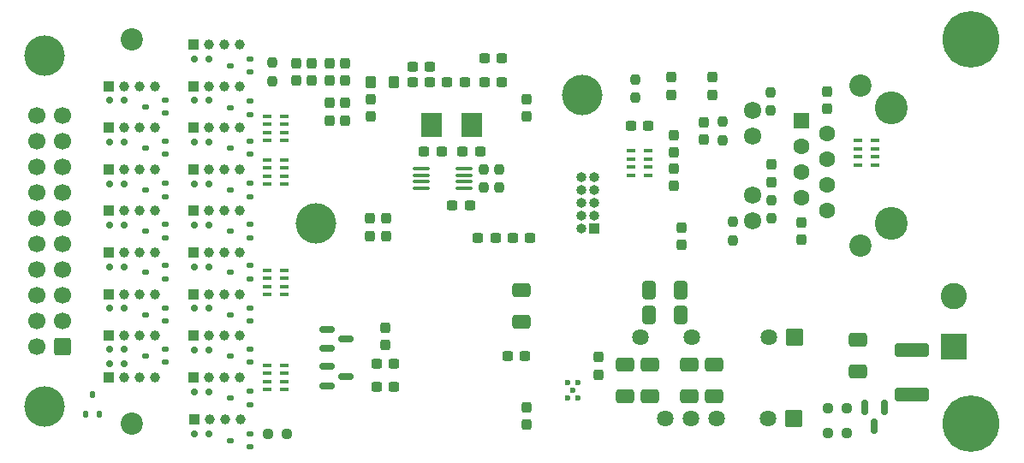
<source format=gbr>
G04 #@! TF.GenerationSoftware,KiCad,Pcbnew,8.0.1*
G04 #@! TF.CreationDate,2024-04-14T22:29:55+02:00*
G04 #@! TF.ProjectId,ETH16CDAQ1,45544831-3643-4444-9151-312e6b696361,rev?*
G04 #@! TF.SameCoordinates,Original*
G04 #@! TF.FileFunction,Soldermask,Bot*
G04 #@! TF.FilePolarity,Negative*
%FSLAX46Y46*%
G04 Gerber Fmt 4.6, Leading zero omitted, Abs format (unit mm)*
G04 Created by KiCad (PCBNEW 8.0.1) date 2024-04-14 22:29:55*
%MOMM*%
%LPD*%
G01*
G04 APERTURE LIST*
G04 Aperture macros list*
%AMRoundRect*
0 Rectangle with rounded corners*
0 $1 Rounding radius*
0 $2 $3 $4 $5 $6 $7 $8 $9 X,Y pos of 4 corners*
0 Add a 4 corners polygon primitive as box body*
4,1,4,$2,$3,$4,$5,$6,$7,$8,$9,$2,$3,0*
0 Add four circle primitives for the rounded corners*
1,1,$1+$1,$2,$3*
1,1,$1+$1,$4,$5*
1,1,$1+$1,$6,$7*
1,1,$1+$1,$8,$9*
0 Add four rect primitives between the rounded corners*
20,1,$1+$1,$2,$3,$4,$5,0*
20,1,$1+$1,$4,$5,$6,$7,0*
20,1,$1+$1,$6,$7,$8,$9,0*
20,1,$1+$1,$8,$9,$2,$3,0*%
G04 Aperture macros list end*
%ADD10C,5.600000*%
%ADD11R,1.000000X1.000000*%
%ADD12C,1.000000*%
%ADD13RoundRect,0.250000X0.600000X0.600000X-0.600000X0.600000X-0.600000X-0.600000X0.600000X-0.600000X0*%
%ADD14C,1.700000*%
%ADD15C,4.000000*%
%ADD16RoundRect,0.102000X0.715000X0.715000X-0.715000X0.715000X-0.715000X-0.715000X0.715000X-0.715000X0*%
%ADD17C,1.634000*%
%ADD18C,0.600000*%
%ADD19C,2.200000*%
%ADD20R,2.600000X2.600000*%
%ADD21C,2.600000*%
%ADD22C,3.250000*%
%ADD23RoundRect,0.248000X0.552000X-0.552000X0.552000X0.552000X-0.552000X0.552000X-0.552000X-0.552000X0*%
%ADD24C,1.600000*%
%ADD25C,1.720000*%
%ADD26O,1.000000X1.000000*%
%ADD27RoundRect,0.237500X-0.300000X-0.237500X0.300000X-0.237500X0.300000X0.237500X-0.300000X0.237500X0*%
%ADD28RoundRect,0.237500X0.237500X-0.300000X0.237500X0.300000X-0.237500X0.300000X-0.237500X-0.300000X0*%
%ADD29RoundRect,0.112500X-0.237500X0.112500X-0.237500X-0.112500X0.237500X-0.112500X0.237500X0.112500X0*%
%ADD30RoundRect,0.250000X-0.650000X0.412500X-0.650000X-0.412500X0.650000X-0.412500X0.650000X0.412500X0*%
%ADD31RoundRect,0.150000X0.150000X0.200000X-0.150000X0.200000X-0.150000X-0.200000X0.150000X-0.200000X0*%
%ADD32RoundRect,0.237500X-0.237500X0.250000X-0.237500X-0.250000X0.237500X-0.250000X0.237500X0.250000X0*%
%ADD33RoundRect,0.237500X0.300000X0.237500X-0.300000X0.237500X-0.300000X-0.237500X0.300000X-0.237500X0*%
%ADD34RoundRect,0.237500X-0.237500X0.300000X-0.237500X-0.300000X0.237500X-0.300000X0.237500X0.300000X0*%
%ADD35RoundRect,0.150000X-0.587500X-0.150000X0.587500X-0.150000X0.587500X0.150000X-0.587500X0.150000X0*%
%ADD36R,2.000000X2.400000*%
%ADD37R,0.900000X0.400000*%
%ADD38RoundRect,0.237500X0.237500X-0.250000X0.237500X0.250000X-0.237500X0.250000X-0.237500X-0.250000X0*%
%ADD39RoundRect,0.150000X-0.150000X0.587500X-0.150000X-0.587500X0.150000X-0.587500X0.150000X0.587500X0*%
%ADD40RoundRect,0.250000X0.650000X-0.412500X0.650000X0.412500X-0.650000X0.412500X-0.650000X-0.412500X0*%
%ADD41RoundRect,0.237500X0.250000X0.237500X-0.250000X0.237500X-0.250000X-0.237500X0.250000X-0.237500X0*%
%ADD42RoundRect,0.100000X-0.712500X-0.100000X0.712500X-0.100000X0.712500X0.100000X-0.712500X0.100000X0*%
%ADD43RoundRect,0.250000X0.275000X0.350000X-0.275000X0.350000X-0.275000X-0.350000X0.275000X-0.350000X0*%
%ADD44RoundRect,0.250000X-0.412500X-0.650000X0.412500X-0.650000X0.412500X0.650000X-0.412500X0.650000X0*%
%ADD45RoundRect,0.250000X-1.450000X0.400000X-1.450000X-0.400000X1.450000X-0.400000X1.450000X0.400000X0*%
%ADD46RoundRect,0.112500X0.112500X0.237500X-0.112500X0.237500X-0.112500X-0.237500X0.112500X-0.237500X0*%
G04 APERTURE END LIST*
D10*
G04 #@! TO.C,H101*
X196500000Y-81500000D03*
G04 #@! TD*
D11*
G04 #@! TO.C,K415*
X119634000Y-110794800D03*
D12*
X121154000Y-110794800D03*
X122674000Y-110794800D03*
X124194000Y-110794800D03*
G04 #@! TD*
D13*
G04 #@! TO.C,J401*
X106680000Y-111887000D03*
D14*
X104140000Y-111887000D03*
X106680000Y-109347000D03*
X104140000Y-109347000D03*
X106680000Y-106807000D03*
X104140000Y-106807000D03*
X106680000Y-104267000D03*
X104140000Y-104267000D03*
X106680000Y-101727000D03*
X104140000Y-101727000D03*
X106680000Y-99187000D03*
X104140000Y-99187000D03*
X106680000Y-96647000D03*
X104140000Y-96647000D03*
X106680000Y-94107000D03*
X104140000Y-94107000D03*
X106680000Y-91567000D03*
X104140000Y-91567000D03*
X106680000Y-89027000D03*
X104140000Y-89027000D03*
D15*
X104880000Y-117792000D03*
X104880000Y-83122000D03*
G04 #@! TD*
D11*
G04 #@! TO.C,K404*
X111256000Y-102565200D03*
D12*
X112776000Y-102565200D03*
X114296000Y-102565200D03*
X115816000Y-102565200D03*
G04 #@! TD*
D11*
G04 #@! TO.C,K402*
X111256000Y-110794800D03*
D12*
X112776000Y-110794800D03*
X114296000Y-110794800D03*
X115816000Y-110794800D03*
G04 #@! TD*
D16*
G04 #@! TO.C,U502*
X179021000Y-110967000D03*
D17*
X176481000Y-110967000D03*
X168861000Y-110967000D03*
X163781000Y-110967000D03*
G04 #@! TD*
D18*
G04 #@! TO.C,U504*
X157599000Y-116955000D03*
X157599000Y-115455000D03*
X157099000Y-116205000D03*
X156599000Y-116955000D03*
X156599000Y-115455000D03*
G04 #@! TD*
D19*
G04 #@! TO.C,H103*
X113500000Y-81500000D03*
G04 #@! TD*
D20*
G04 #@! TO.C,J501*
X194818000Y-111887000D03*
D21*
X194818000Y-106887000D03*
G04 #@! TD*
D11*
G04 #@! TO.C,K412*
X119634000Y-98450400D03*
D12*
X121154000Y-98450400D03*
X122674000Y-98450400D03*
X124194000Y-98450400D03*
G04 #@! TD*
D11*
G04 #@! TO.C,K407*
X111256000Y-90229800D03*
D12*
X112776000Y-90229800D03*
X114296000Y-90229800D03*
X115816000Y-90229800D03*
G04 #@! TD*
D16*
G04 #@! TO.C,U501*
X178945200Y-118951000D03*
D17*
X176405200Y-118951000D03*
X171325200Y-118951000D03*
X168785200Y-118951000D03*
X166245200Y-118951000D03*
G04 #@! TD*
D15*
G04 #@! TO.C,HS101*
X158067000Y-87025000D03*
X131747000Y-99665000D03*
G04 #@! TD*
D22*
G04 #@! TO.C,J301*
X188580000Y-88265000D03*
X188580000Y-99695000D03*
D23*
X179690000Y-89535000D03*
D24*
X182230000Y-90805000D03*
X179690000Y-92075000D03*
X182230000Y-93345000D03*
X179690000Y-94615000D03*
X182230000Y-95885000D03*
X179690000Y-97155000D03*
X182230000Y-98425000D03*
D25*
X174860000Y-88515000D03*
X174860000Y-91055000D03*
X174860000Y-96905000D03*
X174860000Y-99445000D03*
D19*
X185530000Y-86080000D03*
X185530000Y-101880000D03*
G04 #@! TD*
D11*
G04 #@! TO.C,K403*
X111256000Y-106680000D03*
D12*
X112776000Y-106680000D03*
X114296000Y-106680000D03*
X115816000Y-106680000D03*
G04 #@! TD*
D11*
G04 #@! TO.C,K416*
X119637600Y-114909600D03*
D12*
X121157600Y-114909600D03*
X122677600Y-114909600D03*
X124197600Y-114909600D03*
G04 #@! TD*
D11*
G04 #@! TO.C,K405*
X111256000Y-98450400D03*
D12*
X112776000Y-98450400D03*
X114296000Y-98450400D03*
X115816000Y-98450400D03*
G04 #@! TD*
D11*
G04 #@! TO.C,K410*
X119634000Y-90220800D03*
D12*
X121154000Y-90220800D03*
X122674000Y-90220800D03*
X124194000Y-90220800D03*
G04 #@! TD*
D11*
G04 #@! TO.C,K409*
X119634000Y-86106000D03*
D12*
X121154000Y-86106000D03*
X122674000Y-86106000D03*
X124194000Y-86106000D03*
G04 #@! TD*
D11*
G04 #@! TO.C,K411*
X119637600Y-94335600D03*
D12*
X121157600Y-94335600D03*
X122677600Y-94335600D03*
X124197600Y-94335600D03*
G04 #@! TD*
D11*
G04 #@! TO.C,K418*
X119662500Y-119041900D03*
D12*
X121182500Y-119041900D03*
X122702500Y-119041900D03*
X124222500Y-119041900D03*
G04 #@! TD*
D11*
G04 #@! TO.C,K408*
X111256000Y-86106000D03*
D12*
X112776000Y-86106000D03*
X114296000Y-86106000D03*
X115816000Y-86106000D03*
G04 #@! TD*
D11*
G04 #@! TO.C,K413*
X119634000Y-102565200D03*
D12*
X121154000Y-102565200D03*
X122674000Y-102565200D03*
X124194000Y-102565200D03*
G04 #@! TD*
D11*
G04 #@! TO.C,K414*
X119637600Y-106680000D03*
D12*
X121157600Y-106680000D03*
X122677600Y-106680000D03*
X124197600Y-106680000D03*
G04 #@! TD*
D11*
G04 #@! TO.C,K406*
X111256000Y-94335600D03*
D12*
X112776000Y-94335600D03*
X114296000Y-94335600D03*
X115816000Y-94335600D03*
G04 #@! TD*
D11*
G04 #@! TO.C,J201*
X159248000Y-100189500D03*
D26*
X157978000Y-100189500D03*
X159248000Y-98919500D03*
X157978000Y-98919500D03*
X159248000Y-97649500D03*
X157978000Y-97649500D03*
X159248000Y-96379500D03*
X157978000Y-96379500D03*
X159248000Y-95109500D03*
X157978000Y-95109500D03*
G04 #@! TD*
D10*
G04 #@! TO.C,H102*
X196500000Y-119500000D03*
G04 #@! TD*
D11*
G04 #@! TO.C,K401*
X111256000Y-114909600D03*
D12*
X112776000Y-114909600D03*
X114296000Y-114909600D03*
X115816000Y-114909600D03*
G04 #@! TD*
D19*
G04 #@! TO.C,H104*
X113500000Y-119500000D03*
G04 #@! TD*
D11*
G04 #@! TO.C,K417*
X119611700Y-81957900D03*
D12*
X121131700Y-81957900D03*
X122651700Y-81957900D03*
X124171700Y-81957900D03*
G04 #@! TD*
D27*
G04 #@! TO.C,C209*
X148362500Y-83312000D03*
X150087500Y-83312000D03*
G04 #@! TD*
D28*
G04 #@! TO.C,C207*
X131318000Y-85571500D03*
X131318000Y-83846500D03*
G04 #@! TD*
D29*
G04 #@! TO.C,Q407*
X116824000Y-91552000D03*
X116824000Y-92852000D03*
X114824000Y-92202000D03*
G04 #@! TD*
D30*
G04 #@! TO.C,C503*
X171069000Y-113626500D03*
X171069000Y-116751500D03*
G04 #@! TD*
D27*
G04 #@! TO.C,C208*
X151156500Y-101092000D03*
X152881500Y-101092000D03*
G04 #@! TD*
D28*
G04 #@! TO.C,C220*
X133096000Y-89508500D03*
X133096000Y-87783500D03*
G04 #@! TD*
D31*
G04 #@! TO.C,D416*
X119696000Y-116332000D03*
X121096000Y-116332000D03*
G04 #@! TD*
D27*
G04 #@! TO.C,C215*
X141250500Y-84201000D03*
X142975500Y-84201000D03*
G04 #@! TD*
D29*
G04 #@! TO.C,Q404*
X116824000Y-103871000D03*
X116824000Y-105171000D03*
X114824000Y-104521000D03*
G04 #@! TD*
G04 #@! TO.C,Q411*
X125206000Y-95743000D03*
X125206000Y-97043000D03*
X123206000Y-96393000D03*
G04 #@! TD*
G04 #@! TO.C,Q410*
X125206000Y-91552000D03*
X125206000Y-92852000D03*
X123206000Y-92202000D03*
G04 #@! TD*
D32*
G04 #@! TO.C,R304*
X171958000Y-89638500D03*
X171958000Y-91463500D03*
G04 #@! TD*
D33*
G04 #@! TO.C,C401*
X139419500Y-113538000D03*
X137694500Y-113538000D03*
G04 #@! TD*
D31*
G04 #@! TO.C,D417*
X119696000Y-83439000D03*
X121096000Y-83439000D03*
G04 #@! TD*
D33*
G04 #@! TO.C,C402*
X139419500Y-115824000D03*
X137694500Y-115824000D03*
G04 #@! TD*
D31*
G04 #@! TO.C,D412*
X119696000Y-99872800D03*
X121096000Y-99872800D03*
G04 #@! TD*
G04 #@! TO.C,D403*
X111314000Y-108102400D03*
X112714000Y-108102400D03*
G04 #@! TD*
D29*
G04 #@! TO.C,Q403*
X116824000Y-108062000D03*
X116824000Y-109362000D03*
X114824000Y-108712000D03*
G04 #@! TD*
G04 #@! TO.C,Q406*
X116824000Y-95743000D03*
X116824000Y-97043000D03*
X114824000Y-96393000D03*
G04 #@! TD*
D28*
G04 #@! TO.C,C205*
X134620000Y-85571500D03*
X134620000Y-83846500D03*
G04 #@! TD*
D34*
G04 #@! TO.C,C201*
X137033000Y-99213500D03*
X137033000Y-100938500D03*
G04 #@! TD*
D31*
G04 #@! TO.C,D418*
X119696000Y-120523000D03*
X121096000Y-120523000D03*
G04 #@! TD*
D35*
G04 #@! TO.C,RN401*
X132793500Y-112075000D03*
X132793500Y-110175000D03*
X134668500Y-111125000D03*
G04 #@! TD*
D36*
G04 #@! TO.C,Y201*
X147161000Y-89916000D03*
X143161000Y-89916000D03*
G04 #@! TD*
D28*
G04 #@! TO.C,C202*
X133096000Y-85571500D03*
X133096000Y-83846500D03*
G04 #@! TD*
D27*
G04 #@! TO.C,C511*
X150648500Y-112776000D03*
X152373500Y-112776000D03*
G04 #@! TD*
D32*
G04 #@! TO.C,R305*
X176784000Y-97385500D03*
X176784000Y-99210500D03*
G04 #@! TD*
D37*
G04 #@! TO.C,RN202*
X126912000Y-116135000D03*
X126912000Y-115335000D03*
X126912000Y-114535000D03*
X126912000Y-113735000D03*
X128612000Y-113735000D03*
X128612000Y-114535000D03*
X128612000Y-115335000D03*
X128612000Y-116135000D03*
G04 #@! TD*
D34*
G04 #@! TO.C,C206*
X152527000Y-87379000D03*
X152527000Y-89104000D03*
G04 #@! TD*
D31*
G04 #@! TO.C,D409*
X119696000Y-87528400D03*
X121096000Y-87528400D03*
G04 #@! TD*
G04 #@! TO.C,D408*
X111314000Y-87528400D03*
X112714000Y-87528400D03*
G04 #@! TD*
D29*
G04 #@! TO.C,Q402*
X116824000Y-112126000D03*
X116824000Y-113426000D03*
X114824000Y-112776000D03*
G04 #@! TD*
D37*
G04 #@! TO.C,RN203*
X126912000Y-106737000D03*
X126912000Y-105937000D03*
X126912000Y-105137000D03*
X126912000Y-104337000D03*
X128612000Y-104337000D03*
X128612000Y-105137000D03*
X128612000Y-105937000D03*
X128612000Y-106737000D03*
G04 #@! TD*
D31*
G04 #@! TO.C,D405*
X111314000Y-99872800D03*
X112714000Y-99872800D03*
G04 #@! TD*
D29*
G04 #@! TO.C,Q409*
X125206000Y-87615000D03*
X125206000Y-88915000D03*
X123206000Y-88265000D03*
G04 #@! TD*
D28*
G04 #@! TO.C,C404*
X138557000Y-111733500D03*
X138557000Y-110008500D03*
G04 #@! TD*
D34*
G04 #@! TO.C,C309*
X176784000Y-93879500D03*
X176784000Y-95604500D03*
G04 #@! TD*
D38*
G04 #@! TO.C,R407*
X127381000Y-85621500D03*
X127381000Y-83796500D03*
G04 #@! TD*
D31*
G04 #@! TO.C,D414*
X119696000Y-108102400D03*
X121096000Y-108102400D03*
G04 #@! TD*
D32*
G04 #@! TO.C,R303*
X172974000Y-99544500D03*
X172974000Y-101369500D03*
G04 #@! TD*
D39*
G04 #@! TO.C,D501*
X185994000Y-117886000D03*
X187894000Y-117886000D03*
X186944000Y-119761000D03*
G04 #@! TD*
D29*
G04 #@! TO.C,Q405*
X116824000Y-99807000D03*
X116824000Y-101107000D03*
X114824000Y-100457000D03*
G04 #@! TD*
D40*
G04 #@! TO.C,C502*
X162306000Y-116751500D03*
X162306000Y-113626500D03*
G04 #@! TD*
D33*
G04 #@! TO.C,C217*
X149452500Y-101092000D03*
X147727500Y-101092000D03*
G04 #@! TD*
D41*
G04 #@! TO.C,R501*
X184173500Y-117983000D03*
X182348500Y-117983000D03*
G04 #@! TD*
D38*
G04 #@! TO.C,R306*
X176657000Y-88542500D03*
X176657000Y-86717500D03*
G04 #@! TD*
D42*
G04 #@! TO.C,U203*
X142159500Y-96225000D03*
X142159500Y-95575000D03*
X142159500Y-94925000D03*
X142159500Y-94275000D03*
X146384500Y-94275000D03*
X146384500Y-94925000D03*
X146384500Y-95575000D03*
X146384500Y-96225000D03*
G04 #@! TD*
D37*
G04 #@! TO.C,RN303*
X185332000Y-93910000D03*
X185332000Y-93110000D03*
X185332000Y-92310000D03*
X185332000Y-91510000D03*
X187032000Y-91510000D03*
X187032000Y-92310000D03*
X187032000Y-93110000D03*
X187032000Y-93910000D03*
G04 #@! TD*
D34*
G04 #@! TO.C,C310*
X167894000Y-100102500D03*
X167894000Y-101827500D03*
G04 #@! TD*
D43*
G04 #@! TO.C,FB201*
X139453000Y-85725000D03*
X137153000Y-85725000D03*
G04 #@! TD*
D27*
G04 #@! TO.C,C213*
X146203500Y-92583000D03*
X147928500Y-92583000D03*
G04 #@! TD*
D40*
G04 #@! TO.C,C506*
X164719000Y-116751500D03*
X164719000Y-113626500D03*
G04 #@! TD*
D31*
G04 #@! TO.C,D410*
X119696000Y-91643200D03*
X121096000Y-91643200D03*
G04 #@! TD*
D27*
G04 #@! TO.C,C218*
X141250500Y-85725000D03*
X142975500Y-85725000D03*
G04 #@! TD*
D40*
G04 #@! TO.C,C501*
X185293000Y-114338500D03*
X185293000Y-111213500D03*
G04 #@! TD*
D28*
G04 #@! TO.C,C302*
X167132000Y-92683500D03*
X167132000Y-90958500D03*
G04 #@! TD*
G04 #@! TO.C,C311*
X182245000Y-88365500D03*
X182245000Y-86640500D03*
G04 #@! TD*
D31*
G04 #@! TO.C,D411*
X119696000Y-95758000D03*
X121096000Y-95758000D03*
G04 #@! TD*
D37*
G04 #@! TO.C,RN204*
X126912000Y-95815000D03*
X126912000Y-95015000D03*
X126912000Y-94215000D03*
X126912000Y-93415000D03*
X128612000Y-93415000D03*
X128612000Y-94215000D03*
X128612000Y-95015000D03*
X128612000Y-95815000D03*
G04 #@! TD*
D28*
G04 #@! TO.C,C204*
X129794000Y-85571500D03*
X129794000Y-83846500D03*
G04 #@! TD*
D33*
G04 #@! TO.C,C214*
X144118500Y-92583000D03*
X142393500Y-92583000D03*
G04 #@! TD*
D34*
G04 #@! TO.C,C508*
X159639000Y-112929500D03*
X159639000Y-114654500D03*
G04 #@! TD*
D33*
G04 #@! TO.C,C210*
X146404500Y-85725000D03*
X144679500Y-85725000D03*
G04 #@! TD*
D37*
G04 #@! TO.C,RN205*
X126912000Y-91497000D03*
X126912000Y-90697000D03*
X126912000Y-89897000D03*
X126912000Y-89097000D03*
X128612000Y-89097000D03*
X128612000Y-89897000D03*
X128612000Y-90697000D03*
X128612000Y-91497000D03*
G04 #@! TD*
D41*
G04 #@! TO.C,R408*
X128801500Y-120523000D03*
X126976500Y-120523000D03*
G04 #@! TD*
D31*
G04 #@! TO.C,D413*
X119696000Y-103987600D03*
X121096000Y-103987600D03*
G04 #@! TD*
D38*
G04 #@! TO.C,R203*
X148336000Y-96162500D03*
X148336000Y-94337500D03*
G04 #@! TD*
D31*
G04 #@! TO.C,D415*
X119696000Y-112217200D03*
X121096000Y-112217200D03*
G04 #@! TD*
D44*
G04 #@! TO.C,C504*
X164680500Y-108712000D03*
X167805500Y-108712000D03*
G04 #@! TD*
D30*
G04 #@! TO.C,C509*
X152019000Y-106260500D03*
X152019000Y-109385500D03*
G04 #@! TD*
D28*
G04 #@! TO.C,C510*
X152527000Y-119607500D03*
X152527000Y-117882500D03*
G04 #@! TD*
D29*
G04 #@! TO.C,Q412*
X125206000Y-99807000D03*
X125206000Y-101107000D03*
X123206000Y-100457000D03*
G04 #@! TD*
D34*
G04 #@! TO.C,C305*
X167132000Y-94260500D03*
X167132000Y-95985500D03*
G04 #@! TD*
D31*
G04 #@! TO.C,D406*
X111314000Y-95758000D03*
X112714000Y-95758000D03*
G04 #@! TD*
D28*
G04 #@! TO.C,C221*
X134620000Y-89508500D03*
X134620000Y-87783500D03*
G04 #@! TD*
D29*
G04 #@! TO.C,Q413*
X125206000Y-103871000D03*
X125206000Y-105171000D03*
X123206000Y-104521000D03*
G04 #@! TD*
D31*
G04 #@! TO.C,D402*
X111314000Y-112166400D03*
X112714000Y-112166400D03*
G04 #@! TD*
G04 #@! TO.C,D407*
X111314000Y-91643200D03*
X112714000Y-91643200D03*
G04 #@! TD*
D30*
G04 #@! TO.C,C507*
X168656000Y-113626500D03*
X168656000Y-116751500D03*
G04 #@! TD*
D29*
G04 #@! TO.C,Q415*
X125206000Y-112126000D03*
X125206000Y-113426000D03*
X123206000Y-112776000D03*
G04 #@! TD*
D37*
G04 #@! TO.C,RN302*
X164553000Y-92526000D03*
X164553000Y-93326000D03*
X164553000Y-94126000D03*
X164553000Y-94926000D03*
X162853000Y-94926000D03*
X162853000Y-94126000D03*
X162853000Y-93326000D03*
X162853000Y-92526000D03*
G04 #@! TD*
D29*
G04 #@! TO.C,Q414*
X125206000Y-108062000D03*
X125206000Y-109362000D03*
X123206000Y-108712000D03*
G04 #@! TD*
D45*
G04 #@! TO.C,F501*
X190627000Y-112202000D03*
X190627000Y-116652000D03*
G04 #@! TD*
D29*
G04 #@! TO.C,Q408*
X116824000Y-87488000D03*
X116824000Y-88788000D03*
X114824000Y-88138000D03*
G04 #@! TD*
D31*
G04 #@! TO.C,D401*
X111314000Y-113588800D03*
X112714000Y-113588800D03*
G04 #@! TD*
D29*
G04 #@! TO.C,Q416*
X125206000Y-116317000D03*
X125206000Y-117617000D03*
X123206000Y-116967000D03*
G04 #@! TD*
D27*
G04 #@! TO.C,C211*
X148362500Y-85725000D03*
X150087500Y-85725000D03*
G04 #@! TD*
D38*
G04 #@! TO.C,R204*
X149860000Y-96162500D03*
X149860000Y-94337500D03*
G04 #@! TD*
D29*
G04 #@! TO.C,Q417*
X125206000Y-83424000D03*
X125206000Y-84724000D03*
X123206000Y-84074000D03*
G04 #@! TD*
D34*
G04 #@! TO.C,C216*
X138684000Y-99213500D03*
X138684000Y-100938500D03*
G04 #@! TD*
D41*
G04 #@! TO.C,R502*
X184173500Y-120396000D03*
X182348500Y-120396000D03*
G04 #@! TD*
D33*
G04 #@! TO.C,C303*
X164565500Y-90043000D03*
X162840500Y-90043000D03*
G04 #@! TD*
D31*
G04 #@! TO.C,D404*
X111314000Y-103987600D03*
X112714000Y-103987600D03*
G04 #@! TD*
D28*
G04 #@! TO.C,C304*
X170942000Y-86968500D03*
X170942000Y-85243500D03*
G04 #@! TD*
D33*
G04 #@! TO.C,C219*
X146912500Y-97917000D03*
X145187500Y-97917000D03*
G04 #@! TD*
D34*
G04 #@! TO.C,C203*
X137160000Y-87402500D03*
X137160000Y-89127500D03*
G04 #@! TD*
D28*
G04 #@! TO.C,C308*
X170076000Y-91413500D03*
X170076000Y-89688500D03*
G04 #@! TD*
D29*
G04 #@! TO.C,Q418*
X125206000Y-120508000D03*
X125206000Y-121808000D03*
X123206000Y-121158000D03*
G04 #@! TD*
D32*
G04 #@! TO.C,R201*
X163322000Y-85447500D03*
X163322000Y-87272500D03*
G04 #@! TD*
D35*
G04 #@! TO.C,RN402*
X132793500Y-115758000D03*
X132793500Y-113858000D03*
X134668500Y-114808000D03*
G04 #@! TD*
D28*
G04 #@! TO.C,C301*
X166878000Y-86968500D03*
X166878000Y-85243500D03*
G04 #@! TD*
D44*
G04 #@! TO.C,C505*
X164680500Y-106299000D03*
X167805500Y-106299000D03*
G04 #@! TD*
D46*
G04 #@! TO.C,Q401*
X110251000Y-118602000D03*
X108951000Y-118602000D03*
X109601000Y-116602000D03*
G04 #@! TD*
D34*
G04 #@! TO.C,C312*
X179705000Y-99594500D03*
X179705000Y-101319500D03*
G04 #@! TD*
M02*

</source>
